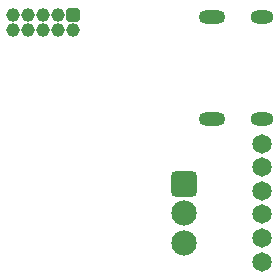
<source format=gbs>
G04*
G04 #@! TF.GenerationSoftware,Altium Limited,Altium Designer,22.3.1 (43)*
G04*
G04 Layer_Color=16711935*
%FSLAX44Y44*%
%MOMM*%
G71*
G04*
G04 #@! TF.SameCoordinates,D810A163-4558-4574-BFD7-F7CA9EDE3B54*
G04*
G04*
G04 #@! TF.FilePolarity,Negative*
G04*
G01*
G75*
%ADD52C,2.1524*%
%ADD53C,0.1524*%
%ADD54O,2.2524X1.1524*%
%ADD55O,1.9524X1.1524*%
G04:AMPARAMS|DCode=56|XSize=2.1524mm|YSize=2.1524mm|CornerRadius=0.3262mm|HoleSize=0mm|Usage=FLASHONLY|Rotation=270.000|XOffset=0mm|YOffset=0mm|HoleType=Round|Shape=RoundedRectangle|*
%AMROUNDEDRECTD56*
21,1,2.1524,1.5000,0,0,270.0*
21,1,1.5000,2.1524,0,0,270.0*
1,1,0.6524,-0.7500,-0.7500*
1,1,0.6524,-0.7500,0.7500*
1,1,0.6524,0.7500,0.7500*
1,1,0.6524,0.7500,-0.7500*
%
%ADD56ROUNDEDRECTD56*%
%ADD57C,1.1524*%
G04:AMPARAMS|DCode=58|XSize=1.1524mm|YSize=1.1524mm|CornerRadius=0.2012mm|HoleSize=0mm|Usage=FLASHONLY|Rotation=270.000|XOffset=0mm|YOffset=0mm|HoleType=Round|Shape=RoundedRectangle|*
%AMROUNDEDRECTD58*
21,1,1.1524,0.7500,0,0,270.0*
21,1,0.7500,1.1524,0,0,270.0*
1,1,0.4024,-0.3750,-0.3750*
1,1,0.4024,-0.3750,0.3750*
1,1,0.4024,0.3750,0.3750*
1,1,0.4024,0.3750,-0.3750*
%
%ADD58ROUNDEDRECTD58*%
%ADD74C,1.6524*%
D52*
X234000Y78000D02*
D03*
Y53000D02*
D03*
D53*
X263200Y172300D02*
D03*
Y230100D02*
D03*
D54*
X258200Y244400D02*
D03*
Y158000D02*
D03*
D55*
X300000Y244400D02*
D03*
Y158000D02*
D03*
D56*
X234000Y103000D02*
D03*
D57*
X89900Y246000D02*
D03*
Y233300D02*
D03*
X102600Y246000D02*
D03*
Y233300D02*
D03*
X115300Y246000D02*
D03*
Y233300D02*
D03*
X128000Y246000D02*
D03*
Y233300D02*
D03*
X140700D02*
D03*
D58*
Y246000D02*
D03*
D74*
X300000Y77000D02*
D03*
Y57000D02*
D03*
Y37000D02*
D03*
Y137000D02*
D03*
Y117000D02*
D03*
Y97000D02*
D03*
M02*

</source>
